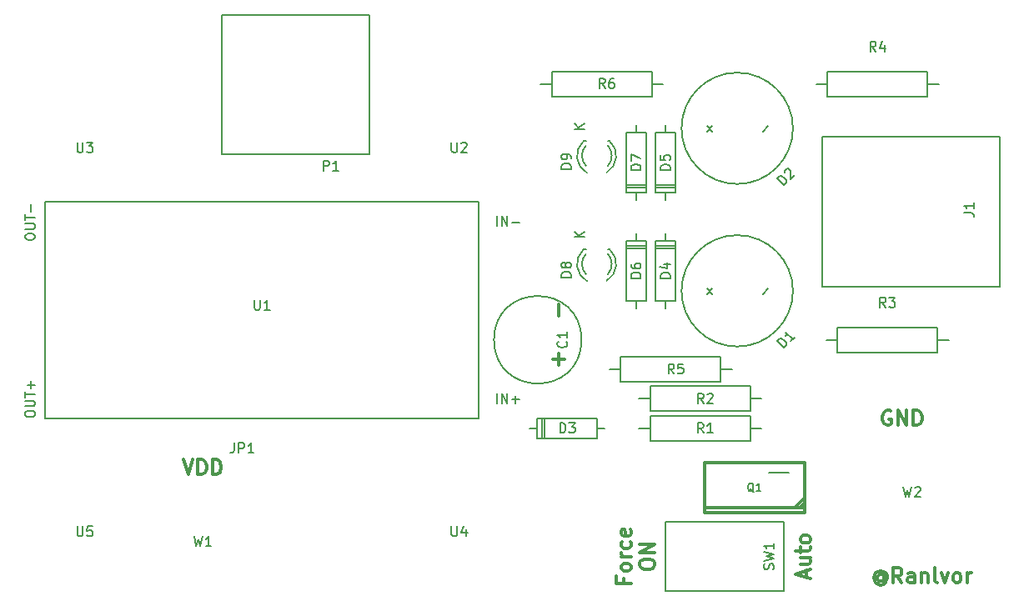
<source format=gto>
G04 #@! TF.FileFunction,Legend,Top*
%FSLAX46Y46*%
G04 Gerber Fmt 4.6, Leading zero omitted, Abs format (unit mm)*
G04 Created by KiCad (PCBNEW 4.0.2+dfsg1-stable) date Mi 16 Aug 2017 11:46:23 CEST*
%MOMM*%
G01*
G04 APERTURE LIST*
%ADD10C,0.100000*%
%ADD11C,0.300000*%
%ADD12C,0.150000*%
%ADD13C,0.350000*%
G04 APERTURE END LIST*
D10*
D11*
X119857143Y-62250000D02*
X119714286Y-62178571D01*
X119500000Y-62178571D01*
X119285715Y-62250000D01*
X119142857Y-62392857D01*
X119071429Y-62535714D01*
X119000000Y-62821429D01*
X119000000Y-63035714D01*
X119071429Y-63321429D01*
X119142857Y-63464286D01*
X119285715Y-63607143D01*
X119500000Y-63678571D01*
X119642857Y-63678571D01*
X119857143Y-63607143D01*
X119928572Y-63535714D01*
X119928572Y-63035714D01*
X119642857Y-63035714D01*
X120571429Y-63678571D02*
X120571429Y-62178571D01*
X121428572Y-63678571D01*
X121428572Y-62178571D01*
X122142858Y-63678571D02*
X122142858Y-62178571D01*
X122500001Y-62178571D01*
X122714286Y-62250000D01*
X122857144Y-62392857D01*
X122928572Y-62535714D01*
X123000001Y-62821429D01*
X123000001Y-63035714D01*
X122928572Y-63321429D01*
X122857144Y-63464286D01*
X122714286Y-63607143D01*
X122500001Y-63678571D01*
X122142858Y-63678571D01*
X48000000Y-67178571D02*
X48500000Y-68678571D01*
X49000000Y-67178571D01*
X49500000Y-68678571D02*
X49500000Y-67178571D01*
X49857143Y-67178571D01*
X50071428Y-67250000D01*
X50214286Y-67392857D01*
X50285714Y-67535714D01*
X50357143Y-67821429D01*
X50357143Y-68035714D01*
X50285714Y-68321429D01*
X50214286Y-68464286D01*
X50071428Y-68607143D01*
X49857143Y-68678571D01*
X49500000Y-68678571D01*
X51000000Y-68678571D02*
X51000000Y-67178571D01*
X51357143Y-67178571D01*
X51571428Y-67250000D01*
X51714286Y-67392857D01*
X51785714Y-67535714D01*
X51857143Y-67821429D01*
X51857143Y-68035714D01*
X51785714Y-68321429D01*
X51714286Y-68464286D01*
X51571428Y-68607143D01*
X51357143Y-68678571D01*
X51000000Y-68678571D01*
X86107143Y-57571428D02*
X86107143Y-56428571D01*
X86678571Y-57000000D02*
X85535714Y-57000000D01*
X86107143Y-52571428D02*
X86107143Y-51428571D01*
X119107143Y-78964286D02*
X119035715Y-78892857D01*
X118892858Y-78821429D01*
X118750000Y-78821429D01*
X118607143Y-78892857D01*
X118535715Y-78964286D01*
X118464286Y-79107143D01*
X118464286Y-79250000D01*
X118535715Y-79392857D01*
X118607143Y-79464286D01*
X118750000Y-79535714D01*
X118892858Y-79535714D01*
X119035715Y-79464286D01*
X119107143Y-79392857D01*
X119107143Y-78821429D02*
X119107143Y-79392857D01*
X119178572Y-79464286D01*
X119250000Y-79464286D01*
X119392858Y-79392857D01*
X119464286Y-79250000D01*
X119464286Y-78892857D01*
X119321429Y-78678571D01*
X119107143Y-78535714D01*
X118821429Y-78464286D01*
X118535715Y-78535714D01*
X118321429Y-78678571D01*
X118178572Y-78892857D01*
X118107143Y-79178571D01*
X118178572Y-79464286D01*
X118321429Y-79678571D01*
X118535715Y-79821429D01*
X118821429Y-79892857D01*
X119107143Y-79821429D01*
X119321429Y-79678571D01*
X120964286Y-79678571D02*
X120464286Y-78964286D01*
X120107143Y-79678571D02*
X120107143Y-78178571D01*
X120678571Y-78178571D01*
X120821429Y-78250000D01*
X120892857Y-78321429D01*
X120964286Y-78464286D01*
X120964286Y-78678571D01*
X120892857Y-78821429D01*
X120821429Y-78892857D01*
X120678571Y-78964286D01*
X120107143Y-78964286D01*
X122250000Y-79678571D02*
X122250000Y-78892857D01*
X122178571Y-78750000D01*
X122035714Y-78678571D01*
X121750000Y-78678571D01*
X121607143Y-78750000D01*
X122250000Y-79607143D02*
X122107143Y-79678571D01*
X121750000Y-79678571D01*
X121607143Y-79607143D01*
X121535714Y-79464286D01*
X121535714Y-79321429D01*
X121607143Y-79178571D01*
X121750000Y-79107143D01*
X122107143Y-79107143D01*
X122250000Y-79035714D01*
X122964286Y-78678571D02*
X122964286Y-79678571D01*
X122964286Y-78821429D02*
X123035714Y-78750000D01*
X123178572Y-78678571D01*
X123392857Y-78678571D01*
X123535714Y-78750000D01*
X123607143Y-78892857D01*
X123607143Y-79678571D01*
X124535715Y-79678571D02*
X124392857Y-79607143D01*
X124321429Y-79464286D01*
X124321429Y-78178571D01*
X124964286Y-78678571D02*
X125321429Y-79678571D01*
X125678571Y-78678571D01*
X126464286Y-79678571D02*
X126321428Y-79607143D01*
X126250000Y-79535714D01*
X126178571Y-79392857D01*
X126178571Y-78964286D01*
X126250000Y-78821429D01*
X126321428Y-78750000D01*
X126464286Y-78678571D01*
X126678571Y-78678571D01*
X126821428Y-78750000D01*
X126892857Y-78821429D01*
X126964286Y-78964286D01*
X126964286Y-79392857D01*
X126892857Y-79535714D01*
X126821428Y-79607143D01*
X126678571Y-79678571D01*
X126464286Y-79678571D01*
X127607143Y-79678571D02*
X127607143Y-78678571D01*
X127607143Y-78964286D02*
X127678571Y-78821429D01*
X127750000Y-78750000D01*
X127892857Y-78678571D01*
X128035714Y-78678571D01*
X111250000Y-79142857D02*
X111250000Y-78428571D01*
X111678571Y-79285714D02*
X110178571Y-78785714D01*
X111678571Y-78285714D01*
X110678571Y-77142857D02*
X111678571Y-77142857D01*
X110678571Y-77785714D02*
X111464286Y-77785714D01*
X111607143Y-77714286D01*
X111678571Y-77571428D01*
X111678571Y-77357143D01*
X111607143Y-77214286D01*
X111535714Y-77142857D01*
X110678571Y-76642857D02*
X110678571Y-76071428D01*
X110178571Y-76428571D02*
X111464286Y-76428571D01*
X111607143Y-76357143D01*
X111678571Y-76214285D01*
X111678571Y-76071428D01*
X111678571Y-75357142D02*
X111607143Y-75500000D01*
X111535714Y-75571428D01*
X111392857Y-75642857D01*
X110964286Y-75642857D01*
X110821429Y-75571428D01*
X110750000Y-75500000D01*
X110678571Y-75357142D01*
X110678571Y-75142857D01*
X110750000Y-75000000D01*
X110821429Y-74928571D01*
X110964286Y-74857142D01*
X111392857Y-74857142D01*
X111535714Y-74928571D01*
X111607143Y-75000000D01*
X111678571Y-75142857D01*
X111678571Y-75357142D01*
X92692857Y-79214285D02*
X92692857Y-79714285D01*
X93478571Y-79714285D02*
X91978571Y-79714285D01*
X91978571Y-78999999D01*
X93478571Y-78214285D02*
X93407143Y-78357143D01*
X93335714Y-78428571D01*
X93192857Y-78500000D01*
X92764286Y-78500000D01*
X92621429Y-78428571D01*
X92550000Y-78357143D01*
X92478571Y-78214285D01*
X92478571Y-78000000D01*
X92550000Y-77857143D01*
X92621429Y-77785714D01*
X92764286Y-77714285D01*
X93192857Y-77714285D01*
X93335714Y-77785714D01*
X93407143Y-77857143D01*
X93478571Y-78000000D01*
X93478571Y-78214285D01*
X93478571Y-77071428D02*
X92478571Y-77071428D01*
X92764286Y-77071428D02*
X92621429Y-77000000D01*
X92550000Y-76928571D01*
X92478571Y-76785714D01*
X92478571Y-76642857D01*
X93407143Y-75500000D02*
X93478571Y-75642857D01*
X93478571Y-75928571D01*
X93407143Y-76071429D01*
X93335714Y-76142857D01*
X93192857Y-76214286D01*
X92764286Y-76214286D01*
X92621429Y-76142857D01*
X92550000Y-76071429D01*
X92478571Y-75928571D01*
X92478571Y-75642857D01*
X92550000Y-75500000D01*
X93407143Y-74285715D02*
X93478571Y-74428572D01*
X93478571Y-74714286D01*
X93407143Y-74857143D01*
X93264286Y-74928572D01*
X92692857Y-74928572D01*
X92550000Y-74857143D01*
X92478571Y-74714286D01*
X92478571Y-74428572D01*
X92550000Y-74285715D01*
X92692857Y-74214286D01*
X92835714Y-74214286D01*
X92978571Y-74928572D01*
X94378571Y-77928572D02*
X94378571Y-77642858D01*
X94450000Y-77500000D01*
X94592857Y-77357143D01*
X94878571Y-77285715D01*
X95378571Y-77285715D01*
X95664286Y-77357143D01*
X95807143Y-77500000D01*
X95878571Y-77642858D01*
X95878571Y-77928572D01*
X95807143Y-78071429D01*
X95664286Y-78214286D01*
X95378571Y-78285715D01*
X94878571Y-78285715D01*
X94592857Y-78214286D01*
X94450000Y-78071429D01*
X94378571Y-77928572D01*
X95878571Y-76642857D02*
X94378571Y-76642857D01*
X95878571Y-75785714D01*
X94378571Y-75785714D01*
D12*
X109909495Y-50030000D02*
G75*
G03X109909495Y-50030000I-5656854J0D01*
G01*
X97000000Y-44190000D02*
X97000000Y-44952000D01*
X97000000Y-44952000D02*
X95984000Y-44952000D01*
X95984000Y-44952000D02*
X95984000Y-51048000D01*
X95984000Y-51048000D02*
X97000000Y-51048000D01*
X97000000Y-51048000D02*
X97000000Y-51810000D01*
X97000000Y-51048000D02*
X98016000Y-51048000D01*
X98016000Y-51048000D02*
X98016000Y-44952000D01*
X98016000Y-44952000D02*
X97000000Y-44952000D01*
X95984000Y-45460000D02*
X98016000Y-45460000D01*
X98016000Y-45714000D02*
X95984000Y-45714000D01*
X97000000Y-40810000D02*
X97000000Y-40048000D01*
X97000000Y-40048000D02*
X98016000Y-40048000D01*
X98016000Y-40048000D02*
X98016000Y-33952000D01*
X98016000Y-33952000D02*
X97000000Y-33952000D01*
X97000000Y-33952000D02*
X97000000Y-33190000D01*
X97000000Y-33952000D02*
X95984000Y-33952000D01*
X95984000Y-33952000D02*
X95984000Y-40048000D01*
X95984000Y-40048000D02*
X97000000Y-40048000D01*
X98016000Y-39540000D02*
X95984000Y-39540000D01*
X95984000Y-39286000D02*
X98016000Y-39286000D01*
X94000000Y-44190000D02*
X94000000Y-44952000D01*
X94000000Y-44952000D02*
X92984000Y-44952000D01*
X92984000Y-44952000D02*
X92984000Y-51048000D01*
X92984000Y-51048000D02*
X94000000Y-51048000D01*
X94000000Y-51048000D02*
X94000000Y-51810000D01*
X94000000Y-51048000D02*
X95016000Y-51048000D01*
X95016000Y-51048000D02*
X95016000Y-44952000D01*
X95016000Y-44952000D02*
X94000000Y-44952000D01*
X92984000Y-45460000D02*
X95016000Y-45460000D01*
X95016000Y-45714000D02*
X92984000Y-45714000D01*
X88686000Y-45801000D02*
X88886000Y-45801000D01*
X91280000Y-45801000D02*
X91100000Y-45801000D01*
X90969643Y-49028744D02*
G75*
G03X91286000Y-45801000I-1003643J1727744D01*
G01*
X91099068Y-48353006D02*
G75*
G03X91100000Y-46250000I-1133068J1052006D01*
G01*
X88659274Y-45813780D02*
G75*
G03X89006000Y-49051000I1306726J-1497220D01*
G01*
X88886747Y-46287111D02*
G75*
G03X88906000Y-48335000I1079253J-1013889D01*
G01*
X88686000Y-34801000D02*
X88886000Y-34801000D01*
X91280000Y-34801000D02*
X91100000Y-34801000D01*
X90969643Y-38028744D02*
G75*
G03X91286000Y-34801000I-1003643J1727744D01*
G01*
X91099068Y-37353006D02*
G75*
G03X91100000Y-35250000I-1133068J1052006D01*
G01*
X88659274Y-34813780D02*
G75*
G03X89006000Y-38051000I1306726J-1497220D01*
G01*
X88886747Y-35287111D02*
G75*
G03X88906000Y-37335000I1079253J-1013889D01*
G01*
X94000000Y-40810000D02*
X94000000Y-40048000D01*
X94000000Y-40048000D02*
X95016000Y-40048000D01*
X95016000Y-40048000D02*
X95016000Y-33952000D01*
X95016000Y-33952000D02*
X94000000Y-33952000D01*
X94000000Y-33952000D02*
X94000000Y-33190000D01*
X94000000Y-33952000D02*
X92984000Y-33952000D01*
X92984000Y-33952000D02*
X92984000Y-40048000D01*
X92984000Y-40048000D02*
X94000000Y-40048000D01*
X95016000Y-39540000D02*
X92984000Y-39540000D01*
X92984000Y-39286000D02*
X95016000Y-39286000D01*
X109909495Y-33520000D02*
G75*
G03X109909495Y-33520000I-5656854J0D01*
G01*
X83190000Y-64000000D02*
X83952000Y-64000000D01*
X83952000Y-64000000D02*
X83952000Y-65016000D01*
X83952000Y-65016000D02*
X90048000Y-65016000D01*
X90048000Y-65016000D02*
X90048000Y-64000000D01*
X90048000Y-64000000D02*
X90810000Y-64000000D01*
X90048000Y-64000000D02*
X90048000Y-62984000D01*
X90048000Y-62984000D02*
X83952000Y-62984000D01*
X83952000Y-62984000D02*
X83952000Y-64000000D01*
X84460000Y-65016000D02*
X84460000Y-62984000D01*
X84714000Y-62984000D02*
X84714000Y-65016000D01*
X109500000Y-68500000D02*
X107500000Y-68500000D01*
D13*
X111029200Y-71117600D02*
X110165600Y-71981200D01*
X110572000Y-72032000D02*
X111080000Y-71524000D01*
X111080000Y-72032000D02*
X100920000Y-72032000D01*
X111080000Y-72540000D02*
X111080000Y-67460000D01*
X111080000Y-67460000D02*
X100920000Y-67460000D01*
X100920000Y-67460000D02*
X100920000Y-72540000D01*
X100920000Y-72540000D02*
X111080000Y-72540000D01*
D12*
X51950140Y-36145120D02*
X51950140Y-22048120D01*
X66936140Y-22048120D02*
X66936140Y-36145120D01*
X51950140Y-36145120D02*
X66936140Y-36145120D01*
X51950140Y-22048120D02*
X66936140Y-22048120D01*
X88445000Y-55000000D02*
G75*
G03X88445000Y-55000000I-4445000J0D01*
G01*
X109000000Y-80500000D02*
X97000000Y-80500000D01*
X97000000Y-80500000D02*
X97000000Y-73500000D01*
X97000000Y-73500000D02*
X109000000Y-73500000D01*
X109000000Y-80500000D02*
X109000000Y-79500000D01*
X109000000Y-73500000D02*
X109000000Y-74500000D01*
X109000000Y-79500000D02*
X109000000Y-74500000D01*
X85420000Y-27730000D02*
X85420000Y-30270000D01*
X85420000Y-30270000D02*
X95580000Y-30270000D01*
X95580000Y-30270000D02*
X95580000Y-27730000D01*
X95580000Y-27730000D02*
X85420000Y-27730000D01*
X96730000Y-29000000D02*
X95580000Y-29000000D01*
X84270000Y-29000000D02*
X85420000Y-29000000D01*
X92420000Y-56730000D02*
X92420000Y-59270000D01*
X92420000Y-59270000D02*
X102580000Y-59270000D01*
X102580000Y-59270000D02*
X102580000Y-56730000D01*
X102580000Y-56730000D02*
X92420000Y-56730000D01*
X103730000Y-58000000D02*
X102580000Y-58000000D01*
X91270000Y-58000000D02*
X92420000Y-58000000D01*
X113420000Y-27730000D02*
X113420000Y-30270000D01*
X113420000Y-30270000D02*
X123580000Y-30270000D01*
X123580000Y-30270000D02*
X123580000Y-27730000D01*
X123580000Y-27730000D02*
X113420000Y-27730000D01*
X124730000Y-29000000D02*
X123580000Y-29000000D01*
X112270000Y-29000000D02*
X113420000Y-29000000D01*
X114420000Y-53730000D02*
X114420000Y-56270000D01*
X114420000Y-56270000D02*
X124580000Y-56270000D01*
X124580000Y-56270000D02*
X124580000Y-53730000D01*
X124580000Y-53730000D02*
X114420000Y-53730000D01*
X125730000Y-55000000D02*
X124580000Y-55000000D01*
X113270000Y-55000000D02*
X114420000Y-55000000D01*
X95420000Y-62730000D02*
X95420000Y-65270000D01*
X95420000Y-65270000D02*
X105580000Y-65270000D01*
X105580000Y-65270000D02*
X105580000Y-62730000D01*
X105580000Y-62730000D02*
X95420000Y-62730000D01*
X106730000Y-64000000D02*
X105580000Y-64000000D01*
X94270000Y-64000000D02*
X95420000Y-64000000D01*
X105580000Y-62270000D02*
X105580000Y-59730000D01*
X105580000Y-59730000D02*
X95420000Y-59730000D01*
X95420000Y-59730000D02*
X95420000Y-62270000D01*
X95420000Y-62270000D02*
X105580000Y-62270000D01*
X94270000Y-61000000D02*
X95420000Y-61000000D01*
X106730000Y-61000000D02*
X105580000Y-61000000D01*
X78000000Y-41000000D02*
X78000000Y-63000000D01*
X78000000Y-63000000D02*
X34000000Y-63000000D01*
X34000000Y-63000000D02*
X34000000Y-41000000D01*
X34000000Y-41000000D02*
X78000000Y-41000000D01*
X130874000Y-49620000D02*
X130874000Y-34380000D01*
X130874000Y-34380000D02*
X112840000Y-34380000D01*
X112840000Y-34380000D02*
X112840000Y-49620000D01*
X112840000Y-49620000D02*
X130874000Y-49620000D01*
X109000358Y-55821541D02*
X108293251Y-55114434D01*
X108461610Y-54946075D01*
X108596297Y-54878731D01*
X108730984Y-54878731D01*
X108831999Y-54912403D01*
X109000358Y-55013418D01*
X109101374Y-55114434D01*
X109202389Y-55282792D01*
X109236060Y-55383808D01*
X109236060Y-55518494D01*
X109168716Y-55653182D01*
X109000358Y-55821541D01*
X110077854Y-54744044D02*
X109673793Y-55148106D01*
X109875823Y-54946075D02*
X109168716Y-54238969D01*
X109202388Y-54407327D01*
X109202388Y-54542014D01*
X109168716Y-54643029D01*
X101205348Y-50349882D02*
X101744096Y-49811133D01*
X101744096Y-50349881D02*
X101205348Y-49811133D01*
X106862202Y-50349882D02*
X107400950Y-49811133D01*
X97452381Y-48738095D02*
X96452381Y-48738095D01*
X96452381Y-48500000D01*
X96500000Y-48357142D01*
X96595238Y-48261904D01*
X96690476Y-48214285D01*
X96880952Y-48166666D01*
X97023810Y-48166666D01*
X97214286Y-48214285D01*
X97309524Y-48261904D01*
X97404762Y-48357142D01*
X97452381Y-48500000D01*
X97452381Y-48738095D01*
X96785714Y-47309523D02*
X97452381Y-47309523D01*
X96404762Y-47547619D02*
X97119048Y-47785714D01*
X97119048Y-47166666D01*
X97452381Y-37738095D02*
X96452381Y-37738095D01*
X96452381Y-37500000D01*
X96500000Y-37357142D01*
X96595238Y-37261904D01*
X96690476Y-37214285D01*
X96880952Y-37166666D01*
X97023810Y-37166666D01*
X97214286Y-37214285D01*
X97309524Y-37261904D01*
X97404762Y-37357142D01*
X97452381Y-37500000D01*
X97452381Y-37738095D01*
X96452381Y-36261904D02*
X96452381Y-36738095D01*
X96928571Y-36785714D01*
X96880952Y-36738095D01*
X96833333Y-36642857D01*
X96833333Y-36404761D01*
X96880952Y-36309523D01*
X96928571Y-36261904D01*
X97023810Y-36214285D01*
X97261905Y-36214285D01*
X97357143Y-36261904D01*
X97404762Y-36309523D01*
X97452381Y-36404761D01*
X97452381Y-36642857D01*
X97404762Y-36738095D01*
X97357143Y-36785714D01*
X94452381Y-48738095D02*
X93452381Y-48738095D01*
X93452381Y-48500000D01*
X93500000Y-48357142D01*
X93595238Y-48261904D01*
X93690476Y-48214285D01*
X93880952Y-48166666D01*
X94023810Y-48166666D01*
X94214286Y-48214285D01*
X94309524Y-48261904D01*
X94404762Y-48357142D01*
X94452381Y-48500000D01*
X94452381Y-48738095D01*
X93452381Y-47309523D02*
X93452381Y-47500000D01*
X93500000Y-47595238D01*
X93547619Y-47642857D01*
X93690476Y-47738095D01*
X93880952Y-47785714D01*
X94261905Y-47785714D01*
X94357143Y-47738095D01*
X94404762Y-47690476D01*
X94452381Y-47595238D01*
X94452381Y-47404761D01*
X94404762Y-47309523D01*
X94357143Y-47261904D01*
X94261905Y-47214285D01*
X94023810Y-47214285D01*
X93928571Y-47261904D01*
X93880952Y-47309523D01*
X93833333Y-47404761D01*
X93833333Y-47595238D01*
X93880952Y-47690476D01*
X93928571Y-47738095D01*
X94023810Y-47785714D01*
X87392381Y-48648095D02*
X86392381Y-48648095D01*
X86392381Y-48410000D01*
X86440000Y-48267142D01*
X86535238Y-48171904D01*
X86630476Y-48124285D01*
X86820952Y-48076666D01*
X86963810Y-48076666D01*
X87154286Y-48124285D01*
X87249524Y-48171904D01*
X87344762Y-48267142D01*
X87392381Y-48410000D01*
X87392381Y-48648095D01*
X86820952Y-47505238D02*
X86773333Y-47600476D01*
X86725714Y-47648095D01*
X86630476Y-47695714D01*
X86582857Y-47695714D01*
X86487619Y-47648095D01*
X86440000Y-47600476D01*
X86392381Y-47505238D01*
X86392381Y-47314761D01*
X86440000Y-47219523D01*
X86487619Y-47171904D01*
X86582857Y-47124285D01*
X86630476Y-47124285D01*
X86725714Y-47171904D01*
X86773333Y-47219523D01*
X86820952Y-47314761D01*
X86820952Y-47505238D01*
X86868571Y-47600476D01*
X86916190Y-47648095D01*
X87011429Y-47695714D01*
X87201905Y-47695714D01*
X87297143Y-47648095D01*
X87344762Y-47600476D01*
X87392381Y-47505238D01*
X87392381Y-47314761D01*
X87344762Y-47219523D01*
X87297143Y-47171904D01*
X87201905Y-47124285D01*
X87011429Y-47124285D01*
X86916190Y-47171904D01*
X86868571Y-47219523D01*
X86820952Y-47314761D01*
X88712381Y-44571905D02*
X87712381Y-44571905D01*
X88712381Y-44000476D02*
X88140952Y-44429048D01*
X87712381Y-44000476D02*
X88283810Y-44571905D01*
X87392381Y-37648095D02*
X86392381Y-37648095D01*
X86392381Y-37410000D01*
X86440000Y-37267142D01*
X86535238Y-37171904D01*
X86630476Y-37124285D01*
X86820952Y-37076666D01*
X86963810Y-37076666D01*
X87154286Y-37124285D01*
X87249524Y-37171904D01*
X87344762Y-37267142D01*
X87392381Y-37410000D01*
X87392381Y-37648095D01*
X87392381Y-36600476D02*
X87392381Y-36410000D01*
X87344762Y-36314761D01*
X87297143Y-36267142D01*
X87154286Y-36171904D01*
X86963810Y-36124285D01*
X86582857Y-36124285D01*
X86487619Y-36171904D01*
X86440000Y-36219523D01*
X86392381Y-36314761D01*
X86392381Y-36505238D01*
X86440000Y-36600476D01*
X86487619Y-36648095D01*
X86582857Y-36695714D01*
X86820952Y-36695714D01*
X86916190Y-36648095D01*
X86963810Y-36600476D01*
X87011429Y-36505238D01*
X87011429Y-36314761D01*
X86963810Y-36219523D01*
X86916190Y-36171904D01*
X86820952Y-36124285D01*
X88712381Y-33571905D02*
X87712381Y-33571905D01*
X88712381Y-33000476D02*
X88140952Y-33429048D01*
X87712381Y-33000476D02*
X88283810Y-33571905D01*
X94452381Y-37738095D02*
X93452381Y-37738095D01*
X93452381Y-37500000D01*
X93500000Y-37357142D01*
X93595238Y-37261904D01*
X93690476Y-37214285D01*
X93880952Y-37166666D01*
X94023810Y-37166666D01*
X94214286Y-37214285D01*
X94309524Y-37261904D01*
X94404762Y-37357142D01*
X94452381Y-37500000D01*
X94452381Y-37738095D01*
X93452381Y-36833333D02*
X93452381Y-36166666D01*
X94452381Y-36595238D01*
X109000358Y-39311541D02*
X108293251Y-38604434D01*
X108461610Y-38436075D01*
X108596297Y-38368731D01*
X108730984Y-38368731D01*
X108831999Y-38402403D01*
X109000358Y-38503418D01*
X109101374Y-38604434D01*
X109202389Y-38772792D01*
X109236060Y-38873808D01*
X109236060Y-39008494D01*
X109168716Y-39143182D01*
X109000358Y-39311541D01*
X109034029Y-37998342D02*
X109034029Y-37930999D01*
X109067701Y-37829984D01*
X109236060Y-37661624D01*
X109337076Y-37627953D01*
X109404419Y-37627953D01*
X109505434Y-37661624D01*
X109572778Y-37728968D01*
X109640121Y-37863655D01*
X109640121Y-38671777D01*
X110077854Y-38234044D01*
X101205348Y-33839882D02*
X101744096Y-33301133D01*
X101744096Y-33839881D02*
X101205348Y-33301133D01*
X106862202Y-33839882D02*
X107400950Y-33301133D01*
X86261905Y-64452381D02*
X86261905Y-63452381D01*
X86500000Y-63452381D01*
X86642858Y-63500000D01*
X86738096Y-63595238D01*
X86785715Y-63690476D01*
X86833334Y-63880952D01*
X86833334Y-64023810D01*
X86785715Y-64214286D01*
X86738096Y-64309524D01*
X86642858Y-64404762D01*
X86500000Y-64452381D01*
X86261905Y-64452381D01*
X87166667Y-63452381D02*
X87785715Y-63452381D01*
X87452381Y-63833333D01*
X87595239Y-63833333D01*
X87690477Y-63880952D01*
X87738096Y-63928571D01*
X87785715Y-64023810D01*
X87785715Y-64261905D01*
X87738096Y-64357143D01*
X87690477Y-64404762D01*
X87595239Y-64452381D01*
X87309524Y-64452381D01*
X87214286Y-64404762D01*
X87166667Y-64357143D01*
X105923810Y-70438095D02*
X105847619Y-70400000D01*
X105771429Y-70323810D01*
X105657143Y-70209524D01*
X105580952Y-70171429D01*
X105504762Y-70171429D01*
X105542857Y-70361905D02*
X105466667Y-70323810D01*
X105390476Y-70247619D01*
X105352381Y-70095238D01*
X105352381Y-69828571D01*
X105390476Y-69676190D01*
X105466667Y-69600000D01*
X105542857Y-69561905D01*
X105695238Y-69561905D01*
X105771429Y-69600000D01*
X105847619Y-69676190D01*
X105885714Y-69828571D01*
X105885714Y-70095238D01*
X105847619Y-70247619D01*
X105771429Y-70323810D01*
X105695238Y-70361905D01*
X105542857Y-70361905D01*
X106647619Y-70361905D02*
X106190476Y-70361905D01*
X106419047Y-70361905D02*
X106419047Y-69561905D01*
X106342857Y-69676190D01*
X106266666Y-69752381D01*
X106190476Y-69790476D01*
X75238095Y-34952381D02*
X75238095Y-35761905D01*
X75285714Y-35857143D01*
X75333333Y-35904762D01*
X75428571Y-35952381D01*
X75619048Y-35952381D01*
X75714286Y-35904762D01*
X75761905Y-35857143D01*
X75809524Y-35761905D01*
X75809524Y-34952381D01*
X76238095Y-35047619D02*
X76285714Y-35000000D01*
X76380952Y-34952381D01*
X76619048Y-34952381D01*
X76714286Y-35000000D01*
X76761905Y-35047619D01*
X76809524Y-35142857D01*
X76809524Y-35238095D01*
X76761905Y-35380952D01*
X76190476Y-35952381D01*
X76809524Y-35952381D01*
X37238095Y-34952381D02*
X37238095Y-35761905D01*
X37285714Y-35857143D01*
X37333333Y-35904762D01*
X37428571Y-35952381D01*
X37619048Y-35952381D01*
X37714286Y-35904762D01*
X37761905Y-35857143D01*
X37809524Y-35761905D01*
X37809524Y-34952381D01*
X38190476Y-34952381D02*
X38809524Y-34952381D01*
X38476190Y-35333333D01*
X38619048Y-35333333D01*
X38714286Y-35380952D01*
X38761905Y-35428571D01*
X38809524Y-35523810D01*
X38809524Y-35761905D01*
X38761905Y-35857143D01*
X38714286Y-35904762D01*
X38619048Y-35952381D01*
X38333333Y-35952381D01*
X38238095Y-35904762D01*
X38190476Y-35857143D01*
X75238095Y-73952381D02*
X75238095Y-74761905D01*
X75285714Y-74857143D01*
X75333333Y-74904762D01*
X75428571Y-74952381D01*
X75619048Y-74952381D01*
X75714286Y-74904762D01*
X75761905Y-74857143D01*
X75809524Y-74761905D01*
X75809524Y-73952381D01*
X76714286Y-74285714D02*
X76714286Y-74952381D01*
X76476190Y-73904762D02*
X76238095Y-74619048D01*
X76857143Y-74619048D01*
X37238095Y-73952381D02*
X37238095Y-74761905D01*
X37285714Y-74857143D01*
X37333333Y-74904762D01*
X37428571Y-74952381D01*
X37619048Y-74952381D01*
X37714286Y-74904762D01*
X37761905Y-74857143D01*
X37809524Y-74761905D01*
X37809524Y-73952381D01*
X38761905Y-73952381D02*
X38285714Y-73952381D01*
X38238095Y-74428571D01*
X38285714Y-74380952D01*
X38380952Y-74333333D01*
X38619048Y-74333333D01*
X38714286Y-74380952D01*
X38761905Y-74428571D01*
X38809524Y-74523810D01*
X38809524Y-74761905D01*
X38761905Y-74857143D01*
X38714286Y-74904762D01*
X38619048Y-74952381D01*
X38380952Y-74952381D01*
X38285714Y-74904762D01*
X38238095Y-74857143D01*
X62261905Y-37802381D02*
X62261905Y-36802381D01*
X62642858Y-36802381D01*
X62738096Y-36850000D01*
X62785715Y-36897619D01*
X62833334Y-36992857D01*
X62833334Y-37135714D01*
X62785715Y-37230952D01*
X62738096Y-37278571D01*
X62642858Y-37326190D01*
X62261905Y-37326190D01*
X63785715Y-37802381D02*
X63214286Y-37802381D01*
X63500000Y-37802381D02*
X63500000Y-36802381D01*
X63404762Y-36945238D01*
X63309524Y-37040476D01*
X63214286Y-37088095D01*
X86897143Y-55166666D02*
X86944762Y-55214285D01*
X86992381Y-55357142D01*
X86992381Y-55452380D01*
X86944762Y-55595238D01*
X86849524Y-55690476D01*
X86754286Y-55738095D01*
X86563810Y-55785714D01*
X86420952Y-55785714D01*
X86230476Y-55738095D01*
X86135238Y-55690476D01*
X86040000Y-55595238D01*
X85992381Y-55452380D01*
X85992381Y-55357142D01*
X86040000Y-55214285D01*
X86087619Y-55166666D01*
X86992381Y-54214285D02*
X86992381Y-54785714D01*
X86992381Y-54500000D02*
X85992381Y-54500000D01*
X86135238Y-54595238D01*
X86230476Y-54690476D01*
X86278095Y-54785714D01*
X107904762Y-78333333D02*
X107952381Y-78190476D01*
X107952381Y-77952380D01*
X107904762Y-77857142D01*
X107857143Y-77809523D01*
X107761905Y-77761904D01*
X107666667Y-77761904D01*
X107571429Y-77809523D01*
X107523810Y-77857142D01*
X107476190Y-77952380D01*
X107428571Y-78142857D01*
X107380952Y-78238095D01*
X107333333Y-78285714D01*
X107238095Y-78333333D01*
X107142857Y-78333333D01*
X107047619Y-78285714D01*
X107000000Y-78238095D01*
X106952381Y-78142857D01*
X106952381Y-77904761D01*
X107000000Y-77761904D01*
X106952381Y-77428571D02*
X107952381Y-77190476D01*
X107238095Y-76999999D01*
X107952381Y-76809523D01*
X106952381Y-76571428D01*
X107952381Y-75666666D02*
X107952381Y-76238095D01*
X107952381Y-75952381D02*
X106952381Y-75952381D01*
X107095238Y-76047619D01*
X107190476Y-76142857D01*
X107238095Y-76238095D01*
X90833334Y-29452381D02*
X90500000Y-28976190D01*
X90261905Y-29452381D02*
X90261905Y-28452381D01*
X90642858Y-28452381D01*
X90738096Y-28500000D01*
X90785715Y-28547619D01*
X90833334Y-28642857D01*
X90833334Y-28785714D01*
X90785715Y-28880952D01*
X90738096Y-28928571D01*
X90642858Y-28976190D01*
X90261905Y-28976190D01*
X91690477Y-28452381D02*
X91500000Y-28452381D01*
X91404762Y-28500000D01*
X91357143Y-28547619D01*
X91261905Y-28690476D01*
X91214286Y-28880952D01*
X91214286Y-29261905D01*
X91261905Y-29357143D01*
X91309524Y-29404762D01*
X91404762Y-29452381D01*
X91595239Y-29452381D01*
X91690477Y-29404762D01*
X91738096Y-29357143D01*
X91785715Y-29261905D01*
X91785715Y-29023810D01*
X91738096Y-28928571D01*
X91690477Y-28880952D01*
X91595239Y-28833333D01*
X91404762Y-28833333D01*
X91309524Y-28880952D01*
X91261905Y-28928571D01*
X91214286Y-29023810D01*
X97833334Y-58452381D02*
X97500000Y-57976190D01*
X97261905Y-58452381D02*
X97261905Y-57452381D01*
X97642858Y-57452381D01*
X97738096Y-57500000D01*
X97785715Y-57547619D01*
X97833334Y-57642857D01*
X97833334Y-57785714D01*
X97785715Y-57880952D01*
X97738096Y-57928571D01*
X97642858Y-57976190D01*
X97261905Y-57976190D01*
X98738096Y-57452381D02*
X98261905Y-57452381D01*
X98214286Y-57928571D01*
X98261905Y-57880952D01*
X98357143Y-57833333D01*
X98595239Y-57833333D01*
X98690477Y-57880952D01*
X98738096Y-57928571D01*
X98785715Y-58023810D01*
X98785715Y-58261905D01*
X98738096Y-58357143D01*
X98690477Y-58404762D01*
X98595239Y-58452381D01*
X98357143Y-58452381D01*
X98261905Y-58404762D01*
X98214286Y-58357143D01*
X118333334Y-25703341D02*
X118000000Y-25227150D01*
X117761905Y-25703341D02*
X117761905Y-24703341D01*
X118142858Y-24703341D01*
X118238096Y-24750960D01*
X118285715Y-24798579D01*
X118333334Y-24893817D01*
X118333334Y-25036674D01*
X118285715Y-25131912D01*
X118238096Y-25179531D01*
X118142858Y-25227150D01*
X117761905Y-25227150D01*
X119190477Y-25036674D02*
X119190477Y-25703341D01*
X118952381Y-24655722D02*
X118714286Y-25370008D01*
X119333334Y-25370008D01*
X119333334Y-51703341D02*
X119000000Y-51227150D01*
X118761905Y-51703341D02*
X118761905Y-50703341D01*
X119142858Y-50703341D01*
X119238096Y-50750960D01*
X119285715Y-50798579D01*
X119333334Y-50893817D01*
X119333334Y-51036674D01*
X119285715Y-51131912D01*
X119238096Y-51179531D01*
X119142858Y-51227150D01*
X118761905Y-51227150D01*
X119666667Y-50703341D02*
X120285715Y-50703341D01*
X119952381Y-51084293D01*
X120095239Y-51084293D01*
X120190477Y-51131912D01*
X120238096Y-51179531D01*
X120285715Y-51274770D01*
X120285715Y-51512865D01*
X120238096Y-51608103D01*
X120190477Y-51655722D01*
X120095239Y-51703341D01*
X119809524Y-51703341D01*
X119714286Y-51655722D01*
X119666667Y-51608103D01*
X100833334Y-61452381D02*
X100500000Y-60976190D01*
X100261905Y-61452381D02*
X100261905Y-60452381D01*
X100642858Y-60452381D01*
X100738096Y-60500000D01*
X100785715Y-60547619D01*
X100833334Y-60642857D01*
X100833334Y-60785714D01*
X100785715Y-60880952D01*
X100738096Y-60928571D01*
X100642858Y-60976190D01*
X100261905Y-60976190D01*
X101214286Y-60547619D02*
X101261905Y-60500000D01*
X101357143Y-60452381D01*
X101595239Y-60452381D01*
X101690477Y-60500000D01*
X101738096Y-60547619D01*
X101785715Y-60642857D01*
X101785715Y-60738095D01*
X101738096Y-60880952D01*
X101166667Y-61452381D01*
X101785715Y-61452381D01*
X100833334Y-64452381D02*
X100500000Y-63976190D01*
X100261905Y-64452381D02*
X100261905Y-63452381D01*
X100642858Y-63452381D01*
X100738096Y-63500000D01*
X100785715Y-63547619D01*
X100833334Y-63642857D01*
X100833334Y-63785714D01*
X100785715Y-63880952D01*
X100738096Y-63928571D01*
X100642858Y-63976190D01*
X100261905Y-63976190D01*
X101785715Y-64452381D02*
X101214286Y-64452381D01*
X101500000Y-64452381D02*
X101500000Y-63452381D01*
X101404762Y-63595238D01*
X101309524Y-63690476D01*
X101214286Y-63738095D01*
X55238095Y-50952381D02*
X55238095Y-51761905D01*
X55285714Y-51857143D01*
X55333333Y-51904762D01*
X55428571Y-51952381D01*
X55619048Y-51952381D01*
X55714286Y-51904762D01*
X55761905Y-51857143D01*
X55809524Y-51761905D01*
X55809524Y-50952381D01*
X56809524Y-51952381D02*
X56238095Y-51952381D01*
X56523809Y-51952381D02*
X56523809Y-50952381D01*
X56428571Y-51095238D01*
X56333333Y-51190476D01*
X56238095Y-51238095D01*
X31952381Y-44619048D02*
X31952381Y-44428571D01*
X32000000Y-44333333D01*
X32095238Y-44238095D01*
X32285714Y-44190476D01*
X32619048Y-44190476D01*
X32809524Y-44238095D01*
X32904762Y-44333333D01*
X32952381Y-44428571D01*
X32952381Y-44619048D01*
X32904762Y-44714286D01*
X32809524Y-44809524D01*
X32619048Y-44857143D01*
X32285714Y-44857143D01*
X32095238Y-44809524D01*
X32000000Y-44714286D01*
X31952381Y-44619048D01*
X31952381Y-43761905D02*
X32761905Y-43761905D01*
X32857143Y-43714286D01*
X32904762Y-43666667D01*
X32952381Y-43571429D01*
X32952381Y-43380952D01*
X32904762Y-43285714D01*
X32857143Y-43238095D01*
X32761905Y-43190476D01*
X31952381Y-43190476D01*
X31952381Y-42857143D02*
X31952381Y-42285714D01*
X32952381Y-42571429D02*
X31952381Y-42571429D01*
X32571429Y-41952381D02*
X32571429Y-41190476D01*
X31952381Y-62619048D02*
X31952381Y-62428571D01*
X32000000Y-62333333D01*
X32095238Y-62238095D01*
X32285714Y-62190476D01*
X32619048Y-62190476D01*
X32809524Y-62238095D01*
X32904762Y-62333333D01*
X32952381Y-62428571D01*
X32952381Y-62619048D01*
X32904762Y-62714286D01*
X32809524Y-62809524D01*
X32619048Y-62857143D01*
X32285714Y-62857143D01*
X32095238Y-62809524D01*
X32000000Y-62714286D01*
X31952381Y-62619048D01*
X31952381Y-61761905D02*
X32761905Y-61761905D01*
X32857143Y-61714286D01*
X32904762Y-61666667D01*
X32952381Y-61571429D01*
X32952381Y-61380952D01*
X32904762Y-61285714D01*
X32857143Y-61238095D01*
X32761905Y-61190476D01*
X31952381Y-61190476D01*
X31952381Y-60857143D02*
X31952381Y-60285714D01*
X32952381Y-60571429D02*
X31952381Y-60571429D01*
X32571429Y-59952381D02*
X32571429Y-59190476D01*
X32952381Y-59571428D02*
X32190476Y-59571428D01*
X79857143Y-61452381D02*
X79857143Y-60452381D01*
X80333333Y-61452381D02*
X80333333Y-60452381D01*
X80904762Y-61452381D01*
X80904762Y-60452381D01*
X81380952Y-61071429D02*
X82142857Y-61071429D01*
X81761905Y-61452381D02*
X81761905Y-60690476D01*
X79857143Y-43452381D02*
X79857143Y-42452381D01*
X80333333Y-43452381D02*
X80333333Y-42452381D01*
X80904762Y-43452381D01*
X80904762Y-42452381D01*
X81380952Y-43071429D02*
X82142857Y-43071429D01*
X127278381Y-42079333D02*
X127992667Y-42079333D01*
X128135524Y-42126953D01*
X128230762Y-42222191D01*
X128278381Y-42365048D01*
X128278381Y-42460286D01*
X128278381Y-41079333D02*
X128278381Y-41650762D01*
X128278381Y-41365048D02*
X127278381Y-41365048D01*
X127421238Y-41460286D01*
X127516476Y-41555524D01*
X127564095Y-41650762D01*
X53166667Y-65482381D02*
X53166667Y-66196667D01*
X53119047Y-66339524D01*
X53023809Y-66434762D01*
X52880952Y-66482381D01*
X52785714Y-66482381D01*
X53642857Y-66482381D02*
X53642857Y-65482381D01*
X54023810Y-65482381D01*
X54119048Y-65530000D01*
X54166667Y-65577619D01*
X54214286Y-65672857D01*
X54214286Y-65815714D01*
X54166667Y-65910952D01*
X54119048Y-65958571D01*
X54023810Y-66006190D01*
X53642857Y-66006190D01*
X55166667Y-66482381D02*
X54595238Y-66482381D01*
X54880952Y-66482381D02*
X54880952Y-65482381D01*
X54785714Y-65625238D01*
X54690476Y-65720476D01*
X54595238Y-65768095D01*
X49095238Y-74952381D02*
X49333333Y-75952381D01*
X49523810Y-75238095D01*
X49714286Y-75952381D01*
X49952381Y-74952381D01*
X50857143Y-75952381D02*
X50285714Y-75952381D01*
X50571428Y-75952381D02*
X50571428Y-74952381D01*
X50476190Y-75095238D01*
X50380952Y-75190476D01*
X50285714Y-75238095D01*
X121095238Y-69952381D02*
X121333333Y-70952381D01*
X121523810Y-70238095D01*
X121714286Y-70952381D01*
X121952381Y-69952381D01*
X122285714Y-70047619D02*
X122333333Y-70000000D01*
X122428571Y-69952381D01*
X122666667Y-69952381D01*
X122761905Y-70000000D01*
X122809524Y-70047619D01*
X122857143Y-70142857D01*
X122857143Y-70238095D01*
X122809524Y-70380952D01*
X122238095Y-70952381D01*
X122857143Y-70952381D01*
M02*

</source>
